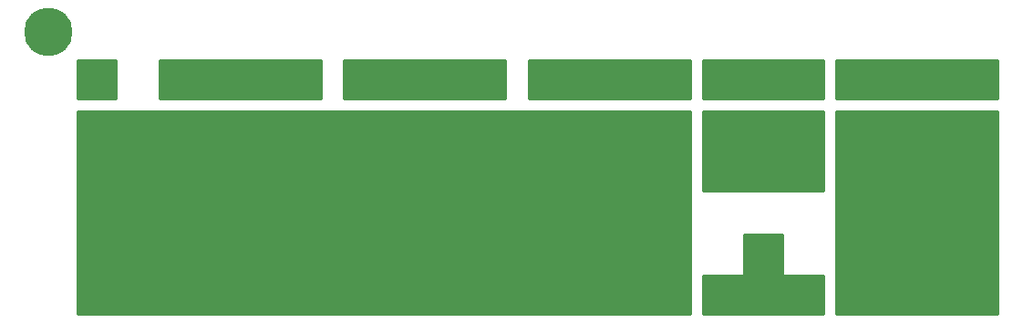
<source format=gbr>
G04 #@! TF.GenerationSoftware,KiCad,Pcbnew,(5.1.10-1-10_14)*
G04 #@! TF.CreationDate,2021-08-20T11:59:54-05:00*
G04 #@! TF.ProjectId,PCB-Keychains,5043422d-4b65-4796-9368-61696e732e6b,rev?*
G04 #@! TF.SameCoordinates,Original*
G04 #@! TF.FileFunction,Copper,L1,Top*
G04 #@! TF.FilePolarity,Positive*
%FSLAX46Y46*%
G04 Gerber Fmt 4.6, Leading zero omitted, Abs format (unit mm)*
G04 Created by KiCad (PCBNEW (5.1.10-1-10_14)) date 2021-08-20 11:59:54*
%MOMM*%
%LPD*%
G01*
G04 APERTURE LIST*
G04 #@! TA.AperFunction,ComponentPad*
%ADD10C,4.500000*%
G04 #@! TD*
G04 #@! TA.AperFunction,NonConductor*
%ADD11C,0.254000*%
G04 #@! TD*
G04 #@! TA.AperFunction,NonConductor*
%ADD12C,0.100000*%
G04 #@! TD*
G04 APERTURE END LIST*
D10*
X12691250Y-135636250D03*
D11*
X80835500Y-158115000D02*
X80837940Y-158139776D01*
X80845167Y-158163601D01*
X80856903Y-158185557D01*
X80872697Y-158204803D01*
X80891943Y-158220597D01*
X80913899Y-158232333D01*
X80937724Y-158239560D01*
X80962500Y-158242000D01*
X84645500Y-158242000D01*
X84645500Y-161798000D01*
X73469500Y-161798000D01*
X73469500Y-158242000D01*
X77152500Y-158242000D01*
X77177276Y-158239560D01*
X77201101Y-158232333D01*
X77223057Y-158220597D01*
X77242303Y-158204803D01*
X77258097Y-158185557D01*
X77269833Y-158163601D01*
X77277060Y-158139776D01*
X77279500Y-158115000D01*
X77279500Y-154432000D01*
X80835500Y-154432000D01*
X80835500Y-158115000D01*
G04 #@! TA.AperFunction,NonConductor*
D12*
G36*
X80835500Y-158115000D02*
G01*
X80837940Y-158139776D01*
X80845167Y-158163601D01*
X80856903Y-158185557D01*
X80872697Y-158204803D01*
X80891943Y-158220597D01*
X80913899Y-158232333D01*
X80937724Y-158239560D01*
X80962500Y-158242000D01*
X84645500Y-158242000D01*
X84645500Y-161798000D01*
X73469500Y-161798000D01*
X73469500Y-158242000D01*
X77152500Y-158242000D01*
X77177276Y-158239560D01*
X77201101Y-158232333D01*
X77223057Y-158220597D01*
X77242303Y-158204803D01*
X77258097Y-158185557D01*
X77269833Y-158163601D01*
X77277060Y-158139776D01*
X77279500Y-158115000D01*
X77279500Y-154432000D01*
X80835500Y-154432000D01*
X80835500Y-158115000D01*
G37*
G04 #@! TD.AperFunction*
D11*
X37973000Y-141795500D02*
X22987000Y-141795500D01*
X22987000Y-138239500D01*
X37973000Y-138239500D01*
X37973000Y-141795500D01*
G04 #@! TA.AperFunction,NonConductor*
D12*
G36*
X37973000Y-141795500D02*
G01*
X22987000Y-141795500D01*
X22987000Y-138239500D01*
X37973000Y-138239500D01*
X37973000Y-141795500D01*
G37*
G04 #@! TD.AperFunction*
D11*
X18923000Y-141795500D02*
X15367000Y-141795500D01*
X15367000Y-138239500D01*
X18923000Y-138239500D01*
X18923000Y-141795500D01*
G04 #@! TA.AperFunction,NonConductor*
D12*
G36*
X18923000Y-141795500D02*
G01*
X15367000Y-141795500D01*
X15367000Y-138239500D01*
X18923000Y-138239500D01*
X18923000Y-141795500D01*
G37*
G04 #@! TD.AperFunction*
D11*
X55118000Y-141795500D02*
X40132000Y-141795500D01*
X40132000Y-138239500D01*
X55118000Y-138239500D01*
X55118000Y-141795500D01*
G04 #@! TA.AperFunction,NonConductor*
D12*
G36*
X55118000Y-141795500D02*
G01*
X40132000Y-141795500D01*
X40132000Y-138239500D01*
X55118000Y-138239500D01*
X55118000Y-141795500D01*
G37*
G04 #@! TD.AperFunction*
D11*
X72263000Y-141795500D02*
X57277000Y-141795500D01*
X57277000Y-138239500D01*
X72263000Y-138239500D01*
X72263000Y-141795500D01*
G04 #@! TA.AperFunction,NonConductor*
D12*
G36*
X72263000Y-141795500D02*
G01*
X57277000Y-141795500D01*
X57277000Y-138239500D01*
X72263000Y-138239500D01*
X72263000Y-141795500D01*
G37*
G04 #@! TD.AperFunction*
D11*
X84645500Y-141795500D02*
X73469500Y-141795500D01*
X73469500Y-138239500D01*
X84645500Y-138239500D01*
X84645500Y-141795500D01*
G04 #@! TA.AperFunction,NonConductor*
D12*
G36*
X84645500Y-141795500D02*
G01*
X73469500Y-141795500D01*
X73469500Y-138239500D01*
X84645500Y-138239500D01*
X84645500Y-141795500D01*
G37*
G04 #@! TD.AperFunction*
D11*
X84645500Y-150368000D02*
X73469500Y-150368000D01*
X73469500Y-143002000D01*
X84645500Y-143002000D01*
X84645500Y-150368000D01*
G04 #@! TA.AperFunction,NonConductor*
D12*
G36*
X84645500Y-150368000D02*
G01*
X73469500Y-150368000D01*
X73469500Y-143002000D01*
X84645500Y-143002000D01*
X84645500Y-150368000D01*
G37*
G04 #@! TD.AperFunction*
D11*
X100838000Y-161798000D02*
X85852000Y-161798000D01*
X85852000Y-143002000D01*
X100838000Y-143002000D01*
X100838000Y-161798000D01*
G04 #@! TA.AperFunction,NonConductor*
D12*
G36*
X100838000Y-161798000D02*
G01*
X85852000Y-161798000D01*
X85852000Y-143002000D01*
X100838000Y-143002000D01*
X100838000Y-161798000D01*
G37*
G04 #@! TD.AperFunction*
D11*
X100838000Y-141795500D02*
X85852000Y-141795500D01*
X85852000Y-138239500D01*
X100838000Y-138239500D01*
X100838000Y-141795500D01*
G04 #@! TA.AperFunction,NonConductor*
D12*
G36*
X100838000Y-141795500D02*
G01*
X85852000Y-141795500D01*
X85852000Y-138239500D01*
X100838000Y-138239500D01*
X100838000Y-141795500D01*
G37*
G04 #@! TD.AperFunction*
D11*
X72263000Y-161798000D02*
X15367000Y-161798000D01*
X15367000Y-143002000D01*
X72263000Y-143002000D01*
X72263000Y-161798000D01*
G04 #@! TA.AperFunction,NonConductor*
D12*
G36*
X72263000Y-161798000D02*
G01*
X15367000Y-161798000D01*
X15367000Y-143002000D01*
X72263000Y-143002000D01*
X72263000Y-161798000D01*
G37*
G04 #@! TD.AperFunction*
M02*

</source>
